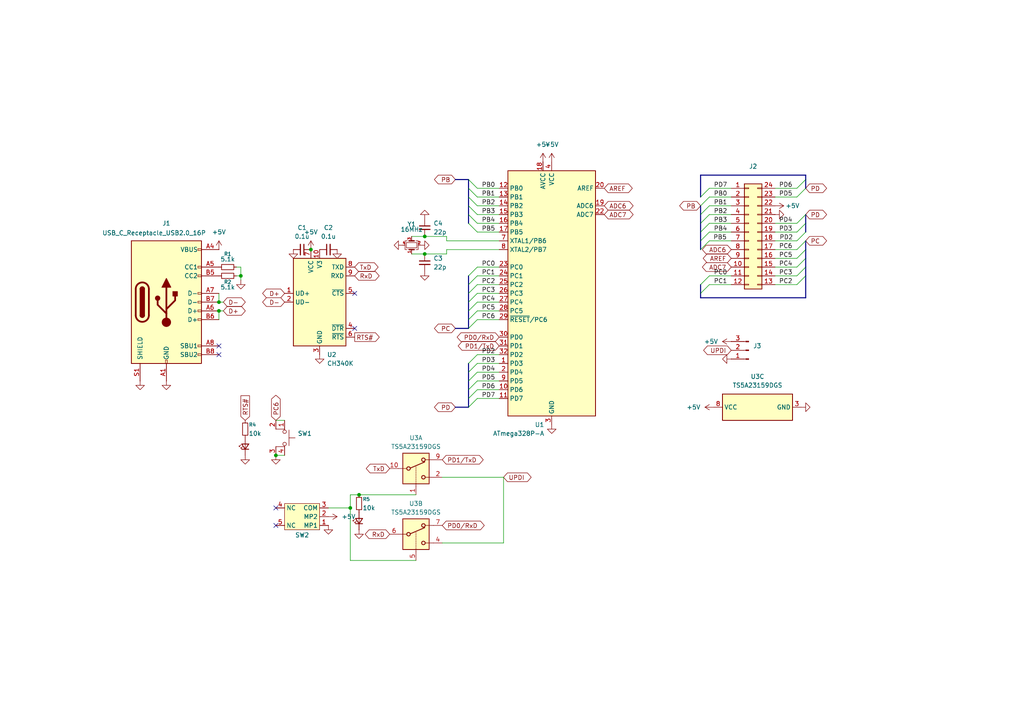
<source format=kicad_sch>
(kicad_sch (version 20250114) (generator "eeschema") (generator_version "9.0")
  (paper "A4")
  (lib_symbols
    (symbol "Analog_Switch:TS5A23159DGS"
      (property "Reference" "U" (at -5.08 8.89 0))
      (property "Value" "TS5A23159DGS" (at -5.08 6.985 0))
      (symbol "TS5A23159DGS_1_1"
        (polyline (pts (xy -5.08 0) (xy -2.794 0)))
        (rectangle (start -3.81 4.445) (end 3.81 -4.445) (stroke (width 0.254)) (fill (type background)))
        (circle (center -2.159 0) (radius 0.508) (stroke (width 0.254)))
        (polyline (pts (xy -1.651 0.127) (xy 2.54 1.905)) (stroke (width 0.254)))
        (polyline (pts (xy 0 0.254) (xy 0 0.508)))
        (polyline (pts (xy 0 -0.254) (xy 0 0)))
        (polyline (pts (xy 0 -0.762) (xy 0 -0.508)))
        (polyline (pts (xy 0 -1.27) (xy 0 -1.016)))
        (polyline (pts (xy 0 -1.778) (xy 0 -1.524)))
        (polyline (pts (xy 0 -2.286) (xy 0 -2.032)))
        (polyline (pts (xy 0 -2.794) (xy 0 -2.54)))
        (polyline (pts (xy 0 -3.302) (xy 0 -3.048)))
        (polyline (pts (xy 0 -3.81) (xy 0 -3.556)))
        (polyline (pts (xy 0 -4.318) (xy 0 -4.064)))
        (polyline (pts (xy 0 -5.08) (xy 0 -4.572)))
        (circle (center 2.159 2.54) (radius 0.508) (stroke (width 0.254)))
        (circle (center 2.159 -2.54) (radius 0.508) (stroke (width 0.254)))
        (polyline (pts (xy 5.08 2.54) (xy 2.794 2.54)))
        (polyline (pts (xy 5.08 -2.54) (xy 2.794 -2.54)))
        (pin passive line (at -7.62 0 0) (length 2.54) (name "~") (number "10"))
        (pin input line (at 0 -7.62 90) (length 2.54) (name "~") (number "1"))
        (pin passive line (at 7.62 2.54 180) (length 2.54) (name "~") (number "9"))
        (pin passive line (at 7.62 -2.54 180) (length 2.54) (name "~") (number "2"))
      )
      (symbol "TS5A23159DGS_2_1"
        (polyline (pts (xy -5.08 0) (xy -2.794 0)))
        (rectangle (start -3.81 4.445) (end 3.81 -4.445) (stroke (width 0.254)) (fill (type background)))
        (circle (center -2.159 0) (radius 0.508) (stroke (width 0.254)))
        (polyline (pts (xy -1.651 0.127) (xy 2.54 1.905)) (stroke (width 0.254)))
        (polyline (pts (xy 0 0.254) (xy 0 0.508)))
        (polyline (pts (xy 0 -0.254) (xy 0 0)))
        (polyline (pts (xy 0 -0.762) (xy 0 -0.508)))
        (polyline (pts (xy 0 -1.27) (xy 0 -1.016)))
        (polyline (pts (xy 0 -1.778) (xy 0 -1.524)))
        (polyline (pts (xy 0 -2.286) (xy 0 -2.032)))
        (polyline (pts (xy 0 -2.794) (xy 0 -2.54)))
        (polyline (pts (xy 0 -3.302) (xy 0 -3.048)))
        (polyline (pts (xy 0 -3.81) (xy 0 -3.556)))
        (polyline (pts (xy 0 -4.318) (xy 0 -4.064)))
        (polyline (pts (xy 0 -5.08) (xy 0 -4.572)))
        (circle (center 2.159 2.54) (radius 0.508) (stroke (width 0.254)))
        (circle (center 2.159 -2.54) (radius 0.508) (stroke (width 0.254)))
        (polyline (pts (xy 5.08 2.54) (xy 2.794 2.54)))
        (polyline (pts (xy 5.08 -2.54) (xy 2.794 -2.54)))
        (pin passive line (at -7.62 0 0) (length 2.54) (name "~") (number "6"))
        (pin input line (at 0 -7.62 90) (length 2.54) (name "~") (number "5"))
        (pin passive line (at 7.62 2.54 180) (length 2.54) (name "~") (number "7"))
        (pin passive line (at 7.62 -2.54 180) (length 2.54) (name "~") (number "4"))
      )
      (symbol "TS5A23159DGS_3_1"
        (rectangle (start -3.81 10.16) (end 3.81 -10.16) (stroke (width 0.254)) (fill (type background)))
        (pin power_in line (at 0 12.7 270) (length 2.54) (name "VCC") (number "8"))
        (pin power_in line (at 0 -12.7 90) (length 2.54) (name "GND") (number "3"))
      )
    )
    (symbol "Connector:Conn_01x03_Pin" (pin_names (offset 1.016) (hide yes))
      (property "Reference" "J" (at 0 5.08 0))
      (property "Value" "Conn_01x03_Pin" (at 0 -5.08 0))
      (symbol "Conn_01x03_Pin_1_1"
        (rectangle (start 0.8636 2.667) (end 0 2.413) (stroke (width 0.1524)) (fill (type outline)))
        (rectangle (start 0.8636 0.127) (end 0 -0.127) (stroke (width 0.1524)) (fill (type outline)))
        (rectangle (start 0.8636 -2.413) (end 0 -2.667) (stroke (width 0.1524)) (fill (type outline)))
        (polyline (pts (xy 1.27 2.54) (xy 0.8636 2.54)) (stroke (width 0.1524)))
        (polyline (pts (xy 1.27 0) (xy 0.8636 0)) (stroke (width 0.1524)))
        (polyline (pts (xy 1.27 -2.54) (xy 0.8636 -2.54)) (stroke (width 0.1524)))
        (pin passive line (at 5.08 2.54 180) (length 3.81) (name "Pin_1") (number "1"))
        (pin passive line (at 5.08 0 180) (length 3.81) (name "Pin_2") (number "2"))
        (pin passive line (at 5.08 -2.54 180) (length 3.81) (name "Pin_3") (number "3"))
      )
    )
    (symbol "Connector:USB_C_Receptacle_USB2.0_16P" (pin_names (offset 1.016))
      (property "Reference" "J" (at 0 22.225 0))
      (property "Value" "USB_C_Receptacle_USB2.0_16P" (at 0 19.685 0))
      (symbol "USB_C_Receptacle_USB2.0_16P_0_0"
        (rectangle (start -0.254 -17.78) (end 0.254 -16.764))
        (rectangle (start 10.16 15.494) (end 9.144 14.986))
        (rectangle (start 10.16 10.414) (end 9.144 9.906))
        (rectangle (start 10.16 7.874) (end 9.144 7.366))
        (rectangle (start 10.16 2.794) (end 9.144 2.286))
        (rectangle (start 10.16 0.254) (end 9.144 -0.254))
        (rectangle (start 10.16 -2.286) (end 9.144 -2.794))
        (rectangle (start 10.16 -4.826) (end 9.144 -5.334))
        (rectangle (start 10.16 -12.446) (end 9.144 -12.954))
        (rectangle (start 10.16 -14.986) (end 9.144 -15.494))
      )
      (symbol "USB_C_Receptacle_USB2.0_16P_0_1"
        (rectangle (start -10.16 17.78) (end 10.16 -17.78) (stroke (width 0.254)) (fill (type background)))
        (polyline (pts (xy -8.89 -3.81) (xy -8.89 3.81)) (stroke (width 0.508)))
        (rectangle (start -7.62 -3.81) (end -6.35 3.81) (stroke (width 0.254)) (fill (type outline)))
        (arc (start -7.62 3.81) (mid -6.985 4.4423) (end -6.35 3.81) (stroke (width 0.254)))
        (arc (start -7.62 3.81) (mid -6.985 4.4423) (end -6.35 3.81) (stroke (width 0.254)) (fill (type outline)))
        (arc (start -8.89 3.81) (mid -6.985 5.7067) (end -5.08 3.81) (stroke (width 0.508)))
        (arc (start -5.08 -3.81) (mid -6.985 -5.7067) (end -8.89 -3.81) (stroke (width 0.508)))
        (arc (start -6.35 -3.81) (mid -6.985 -4.4423) (end -7.62 -3.81) (stroke (width 0.254)))
        (arc (start -6.35 -3.81) (mid -6.985 -4.4423) (end -7.62 -3.81) (stroke (width 0.254)) (fill (type outline)))
        (polyline (pts (xy -5.08 3.81) (xy -5.08 -3.81)) (stroke (width 0.508)))
        (circle (center -2.54 1.143) (radius 0.635) (stroke (width 0.254)) (fill (type outline)))
        (polyline (pts (xy -1.27 4.318) (xy 0 6.858) (xy 1.27 4.318) (xy -1.27 4.318)) (stroke (width 0.254)) (fill (type outline)))
        (polyline (pts (xy 0 -2.032) (xy 2.54 0.508) (xy 2.54 1.778)) (stroke (width 0.508)))
        (polyline (pts (xy 0 -3.302) (xy -2.54 -0.762) (xy -2.54 0.508)) (stroke (width 0.508)))
        (polyline (pts (xy 0 -5.842) (xy 0 4.318)) (stroke (width 0.508)))
        (circle (center 0 -5.842) (radius 1.27) (fill (type outline)))
        (rectangle (start 1.905 1.778) (end 3.175 3.048) (stroke (width 0.254)) (fill (type outline)))
      )
      (symbol "USB_C_Receptacle_USB2.0_16P_1_1"
        (pin passive line (at -7.62 -22.86 90) (length 5.08) (name "SHIELD") (number "S1"))
        (pin passive line (at 0 -22.86 90) (length 5.08) (name "GND") (number "A1"))
        (pin passive line (at 0 -22.86 90) (length 5.08) (hide yes) (name "GND") (number "A12"))
        (pin passive line (at 0 -22.86 90) (length 5.08) (hide yes) (name "GND") (number "B1"))
        (pin passive line (at 0 -22.86 90) (length 5.08) (hide yes) (name "GND") (number "B12"))
        (pin passive line (at 15.24 15.24 180) (length 5.08) (name "VBUS") (number "A4"))
        (pin passive line (at 15.24 15.24 180) (length 5.08) (hide yes) (name "VBUS") (number "A9"))
        (pin passive line (at 15.24 15.24 180) (length 5.08) (hide yes) (name "VBUS") (number "B4"))
        (pin passive line (at 15.24 15.24 180) (length 5.08) (hide yes) (name "VBUS") (number "B9"))
        (pin bidirectional line (at 15.24 10.16 180) (length 5.08) (name "CC1") (number "A5"))
        (pin bidirectional line (at 15.24 7.62 180) (length 5.08) (name "CC2") (number "B5"))
        (pin bidirectional line (at 15.24 2.54 180) (length 5.08) (name "D-") (number "A7"))
        (pin bidirectional line (at 15.24 0 180) (length 5.08) (name "D-") (number "B7"))
        (pin bidirectional line (at 15.24 -2.54 180) (length 5.08) (name "D+") (number "A6"))
        (pin bidirectional line (at 15.24 -5.08 180) (length 5.08) (name "D+") (number "B6"))
        (pin bidirectional line (at 15.24 -12.7 180) (length 5.08) (name "SBU1") (number "A8"))
        (pin bidirectional line (at 15.24 -15.24 180) (length 5.08) (name "SBU2") (number "B8"))
      )
    )
    (symbol "Connector_Generic:Conn_02x12_Counter_Clockwise" (pin_names (offset 1.016) (hide yes))
      (property "Reference" "J" (at 1.27 15.24 0))
      (property "Value" "Conn_02x12_Counter_Clockwise" (at 1.27 -17.78 0))
      (symbol "Conn_02x12_Counter_Clockwise_1_1"
        (rectangle (start -1.27 13.97) (end 3.81 -16.51) (stroke (width 0.254)) (fill (type background)))
        (rectangle (start -1.27 12.827) (end 0 12.573) (stroke (width 0.1524)))
        (rectangle (start -1.27 10.287) (end 0 10.033) (stroke (width 0.1524)))
        (rectangle (start -1.27 7.747) (end 0 7.493) (stroke (width 0.1524)))
        (rectangle (start -1.27 5.207) (end 0 4.953) (stroke (width 0.1524)))
        (rectangle (start -1.27 2.667) (end 0 2.413) (stroke (width 0.1524)))
        (rectangle (start -1.27 0.127) (end 0 -0.127) (stroke (width 0.1524)))
        (rectangle (start -1.27 -2.413) (end 0 -2.667) (stroke (width 0.1524)))
        (rectangle (start -1.27 -4.953) (end 0 -5.207) (stroke (width 0.1524)))
        (rectangle (start -1.27 -7.493) (end 0 -7.747) (stroke (width 0.1524)))
        (rectangle (start -1.27 -10.033) (end 0 -10.287) (stroke (width 0.1524)))
        (rectangle (start -1.27 -12.573) (end 0 -12.827) (stroke (width 0.1524)))
        (rectangle (start -1.27 -15.113) (end 0 -15.367) (stroke (width 0.1524)))
        (rectangle (start 3.81 12.827) (end 2.54 12.573) (stroke (width 0.1524)))
        (rectangle (start 3.81 10.287) (end 2.54 10.033) (stroke (width 0.1524)))
        (rectangle (start 3.81 7.747) (end 2.54 7.493) (stroke (width 0.1524)))
        (rectangle (start 3.81 5.207) (end 2.54 4.953) (stroke (width 0.1524)))
        (rectangle (start 3.81 2.667) (end 2.54 2.413) (stroke (width 0.1524)))
        (rectangle (start 3.81 0.127) (end 2.54 -0.127) (stroke (width 0.1524)))
        (rectangle (start 3.81 -2.413) (end 2.54 -2.667) (stroke (width 0.1524)))
        (rectangle (start 3.81 -4.953) (end 2.54 -5.207) (stroke (width 0.1524)))
        (rectangle (start 3.81 -7.493) (end 2.54 -7.747) (stroke (width 0.1524)))
        (rectangle (start 3.81 -10.033) (end 2.54 -10.287) (stroke (width 0.1524)))
        (rectangle (start 3.81 -12.573) (end 2.54 -12.827) (stroke (width 0.1524)))
        (rectangle (start 3.81 -15.113) (end 2.54 -15.367) (stroke (width 0.1524)))
        (pin passive line (at -5.08 12.7 0) (length 3.81) (name "Pin_1") (number "1"))
        (pin passive line (at -5.08 10.16 0) (length 3.81) (name "Pin_2") (number "2"))
        (pin passive line (at -5.08 7.62 0) (length 3.81) (name "Pin_3") (number "3"))
        (pin passive line (at -5.08 5.08 0) (length 3.81) (name "Pin_4") (number "4"))
        (pin passive line (at -5.08 2.54 0) (length 3.81) (name "Pin_5") (number "5"))
        (pin passive line (at -5.08 0 0) (length 3.81) (name "Pin_6") (number "6"))
        (pin passive line (at -5.08 -2.54 0) (length 3.81) (name "Pin_7") (number "7"))
        (pin passive line (at -5.08 -5.08 0) (length 3.81) (name "Pin_8") (number "8"))
        (pin passive line (at -5.08 -7.62 0) (length 3.81) (name "Pin_9") (number "9"))
        (pin passive line (at -5.08 -10.16 0) (length 3.81) (name "Pin_10") (number "10"))
        (pin passive line (at -5.08 -12.7 0) (length 3.81) (name "Pin_11") (number "11"))
        (pin passive line (at -5.08 -15.24 0) (length 3.81) (name "Pin_12") (number "12"))
        (pin passive line (at 7.62 12.7 180) (length 3.81) (name "Pin_24") (number "24"))
        (pin passive line (at 7.62 10.16 180) (length 3.81) (name "Pin_23") (number "23"))
        (pin passive line (at 7.62 7.62 180) (length 3.81) (name "Pin_22") (number "22"))
        (pin passive line (at 7.62 5.08 180) (length 3.81) (name "Pin_21") (number "21"))
        (pin passive line (at 7.62 2.54 180) (length 3.81) (name "Pin_20") (number "20"))
        (pin passive line (at 7.62 0 180) (length 3.81) (name "Pin_19") (number "19"))
        (pin passive line (at 7.62 -2.54 180) (length 3.81) (name "Pin_18") (number "18"))
        (pin passive line (at 7.62 -5.08 180) (length 3.81) (name "Pin_17") (number "17"))
        (pin passive line (at 7.62 -7.62 180) (length 3.81) (name "Pin_16") (number "16"))
        (pin passive line (at 7.62 -10.16 180) (length 3.81) (name "Pin_15") (number "15"))
        (pin passive line (at 7.62 -12.7 180) (length 3.81) (name "Pin_14") (number "14"))
        (pin passive line (at 7.62 -15.24 180) (length 3.81) (name "Pin_13") (number "13"))
      )
    )
    (symbol "Device:C_Small" (pin_numbers (hide yes)) (pin_names (offset 0.254) (hide yes))
      (property "Reference" "C" (at 0.254 1.778 0))
      (property "Value" "C_Small" (at 0.254 -2.032 0))
      (symbol "C_Small_0_1"
        (polyline (pts (xy -1.524 0.508) (xy 1.524 0.508)) (stroke (width 0.3048)))
        (polyline (pts (xy -1.524 -0.508) (xy 1.524 -0.508)) (stroke (width 0.3302)))
      )
      (symbol "C_Small_1_1"
        (pin passive line (at 0 2.54 270) (length 2.032) (name "~") (number "1"))
        (pin passive line (at 0 -2.54 90) (length 2.032) (name "~") (number "2"))
      )
    )
    (symbol "Device:Crystal_GND24_Small" (pin_names (offset 1.016) (hide yes))
      (property "Reference" "Y" (at 1.27 4.445 0))
      (property "Value" "Crystal_GND24_Small" (at 1.27 2.54 0))
      (symbol "Crystal_GND24_Small_0_1"
        (polyline (pts (xy -1.27 1.27) (xy -1.27 1.905) (xy 1.27 1.905) (xy 1.27 1.27)))
        (polyline (pts (xy -1.27 -0.762) (xy -1.27 0.762)) (stroke (width 0.381)))
        (polyline (pts (xy -1.27 -1.27) (xy -1.27 -1.905) (xy 1.27 -1.905) (xy 1.27 -1.27)))
        (rectangle (start -0.762 -1.524) (end 0.762 1.524))
        (polyline (pts (xy 1.27 -0.762) (xy 1.27 0.762)) (stroke (width 0.381)))
      )
      (symbol "Crystal_GND24_Small_1_1"
        (pin passive line (at -2.54 0 0) (length 1.27) (name "1") (number "1"))
        (pin passive line (at 0 2.54 270) (length 0.635) (name "4") (number "4"))
        (pin passive line (at 0 -2.54 90) (length 0.635) (name "2") (number "2"))
        (pin passive line (at 2.54 0 180) (length 1.27) (name "3") (number "3"))
      )
    )
    (symbol "Device:LED_Small" (pin_numbers (hide yes)) (pin_names (offset 0.254) (hide yes))
      (property "Reference" "D" (at -1.27 3.175 0))
      (property "Value" "LED_Small" (at -4.445 -2.54 0))
      (symbol "LED_Small_0_1"
        (polyline (pts (xy -0.762 -1.016) (xy -0.762 1.016)) (stroke (width 0.254)))
        (polyline (pts (xy 0 0.762) (xy -0.508 1.27) (xy -0.254 1.27) (xy -0.508 1.27) (xy -0.508 1.016)))
        (polyline (pts (xy 0.508 1.27) (xy 0 1.778) (xy 0.254 1.778) (xy 0 1.778) (xy 0 1.524)))
        (polyline (pts (xy 0.762 -1.016) (xy -0.762 0) (xy 0.762 1.016) (xy 0.762 -1.016)) (stroke (width 0.254)))
        (polyline (pts (xy 1.016 0) (xy -0.762 0)))
      )
      (symbol "LED_Small_1_1"
        (pin passive line (at -2.54 0 0) (length 1.778) (name "K") (number "1"))
        (pin passive line (at 2.54 0 180) (length 1.778) (name "A") (number "2"))
      )
    )
    (symbol "Device:R_Small" (pin_numbers (hide yes)) (pin_names (offset 0.254) (hide yes))
      (property "Reference" "R" (at 0 0 90))
      (property "Value" "R_Small" (at 1.778 0 90))
      (symbol "R_Small_0_1"
        (rectangle (start -0.762 1.778) (end 0.762 -1.778) (stroke (width 0.2032)))
      )
      (symbol "R_Small_1_1"
        (pin passive line (at 0 2.54 270) (length 0.762) (name "~") (number "1"))
        (pin passive line (at 0 -2.54 90) (length 0.762) (name "~") (number "2"))
      )
    )
    (symbol "Interface_USB:CH340K"
      (property "Reference" "U" (at -6.858 13.97 0))
      (property "Value" "CH340K" (at 1.27 13.97 0))
      (symbol "CH340K_0_1"
        (rectangle (start -7.62 12.7) (end 7.62 -12.7) (stroke (width 0.254)) (fill (type background)))
      )
      (symbol "CH340K_1_0"
        (pin passive line (at 0 -15.24 90) (length 2.54) (hide yes) (name "GND") (number "11"))
      )
      (symbol "CH340K_1_1"
        (pin bidirectional line (at -10.16 2.54 0) (length 2.54) (name "UD+") (number "1"))
        (pin bidirectional line (at -10.16 0 0) (length 2.54) (name "UD-") (number "2"))
        (pin power_in line (at -2.54 15.24 270) (length 2.54) (name "VCC") (number "7"))
        (pin passive line (at 0 15.24 270) (length 2.54) (name "V3") (number "10"))
        (pin power_in line (at 0 -15.24 90) (length 2.54) (name "GND") (number "3"))
        (pin output line (at 10.16 10.16 180) (length 2.54) (name "TXD") (number "8"))
        (pin input line (at 10.16 7.62 180) (length 2.54) (name "RXD") (number "9"))
        (pin input line (at 10.16 2.54 180) (length 2.54) (name "~{CTS}") (number "5"))
        (pin output line (at 10.16 -7.62 180) (length 2.54) (name "~{DTR}") (number "4"))
        (pin output line (at 10.16 -10.16 180) (length 2.54) (name "~{RTS}") (number "6"))
      )
    )
    (symbol "MCU_Microchip_ATmega:ATmega328P-A"
      (property "Reference" "U" (at -12.7 36.83 0))
      (property "Value" "ATmega328P-A" (at 2.54 -36.83 0))
      (symbol "ATmega328P-A_0_1"
        (rectangle (start -12.7 -35.56) (end 12.7 35.56) (stroke (width 0.254)) (fill (type background)))
      )
      (symbol "ATmega328P-A_1_1"
        (pin passive line (at -15.24 30.48 0) (length 2.54) (name "AREF") (number "20"))
        (pin input line (at -15.24 25.4 0) (length 2.54) (name "ADC6") (number "19"))
        (pin input line (at -15.24 22.86 0) (length 2.54) (name "ADC7") (number "22"))
        (pin power_in line (at 0 38.1 270) (length 2.54) (name "VCC") (number "4"))
        (pin passive line (at 0 38.1 270) (length 2.54) (hide yes) (name "VCC") (number "6"))
        (pin passive line (at 0 -38.1 90) (length 2.54) (hide yes) (name "GND") (number "21"))
        (pin power_in line (at 0 -38.1 90) (length 2.54) (name "GND") (number "3"))
        (pin passive line (at 0 -38.1 90) (length 2.54) (hide yes) (name "GND") (number "5"))
        (pin power_in line (at 2.54 38.1 270) (length 2.54) (name "AVCC") (number "18"))
        (pin bidirectional line (at 15.24 30.48 180) (length 2.54) (name "PB0") (number "12"))
        (pin bidirectional line (at 15.24 27.94 180) (length 2.54) (name "PB1") (number "13"))
        (pin bidirectional line (at 15.24 25.4 180) (length 2.54) (name "PB2") (number "14"))
        (pin bidirectional line (at 15.24 22.86 180) (length 2.54) (name "PB3") (number "15"))
        (pin bidirectional line (at 15.24 20.32 180) (length 2.54) (name "PB4") (number "16"))
        (pin bidirectional line (at 15.24 17.78 180) (length 2.54) (name "PB5") (number "17"))
        (pin bidirectional line (at 15.24 15.24 180) (length 2.54) (name "XTAL1/PB6") (number "7"))
        (pin bidirectional line (at 15.24 12.7 180) (length 2.54) (name "XTAL2/PB7") (number "8"))
        (pin bidirectional line (at 15.24 7.62 180) (length 2.54) (name "PC0") (number "23"))
        (pin bidirectional line (at 15.24 5.08 180) (length 2.54) (name "PC1") (number "24"))
        (pin bidirectional line (at 15.24 2.54 180) (length 2.54) (name "PC2") (number "25"))
        (pin bidirectional line (at 15.24 0 180) (length 2.54) (name "PC3") (number "26"))
        (pin bidirectional line (at 15.24 -2.54 180) (length 2.54) (name "PC4") (number "27"))
        (pin bidirectional line (at 15.24 -5.08 180) (length 2.54) (name "PC5") (number "28"))
        (pin bidirectional line (at 15.24 -7.62 180) (length 2.54) (name "~{RESET}/PC6") (number "29"))
        (pin bidirectional line (at 15.24 -12.7 180) (length 2.54) (name "PD0") (number "30"))
        (pin bidirectional line (at 15.24 -15.24 180) (length 2.54) (name "PD1") (number "31"))
        (pin bidirectional line (at 15.24 -17.78 180) (length 2.54) (name "PD2") (number "32"))
        (pin bidirectional line (at 15.24 -20.32 180) (length 2.54) (name "PD3") (number "1"))
        (pin bidirectional line (at 15.24 -22.86 180) (length 2.54) (name "PD4") (number "2"))
        (pin bidirectional line (at 15.24 -25.4 180) (length 2.54) (name "PD5") (number "9"))
        (pin bidirectional line (at 15.24 -27.94 180) (length 2.54) (name "PD6") (number "10"))
        (pin bidirectional line (at 15.24 -30.48 180) (length 2.54) (name "PD7") (number "11"))
      )
    )
    (symbol "Switch:SW_MEC_5E" (pin_names (offset 1.016) (hide yes))
      (property "Reference" "SW" (at 0.635 5.715 0))
      (property "Value" "SW_MEC_5E" (at 0 -3.175 0))
      (symbol "SW_MEC_5E_0_1"
        (polyline (pts (xy -2.54 0) (xy -2.54 2.54) (xy -2.286 2.54)))
        (polyline (pts (xy -2.286 3.81) (xy 2.286 3.81)))
        (circle (center -1.778 2.54) (radius 0.508))
        (polyline (pts (xy 0 3.81) (xy 0 5.588)))
        (circle (center 1.778 2.54) (radius 0.508))
        (polyline (pts (xy 2.54 0) (xy 2.54 2.54) (xy 2.286 2.54)))
        (pin passive line (at -5.08 2.54 0) (length 2.54) (name "1") (number "1"))
        (pin passive line (at -5.08 0 0) (length 2.54) (name "2") (number "2"))
        (pin passive line (at 5.08 2.54 180) (length 2.54) (name "A") (number "4"))
        (pin passive line (at 5.08 0 180) (length 2.54) (name "K") (number "3"))
      )
    )
    (symbol "Yamaha:SSAJ120100"
      (property "Reference" "SW2" (at 0 5.334 0))
      (property "Value" "~" (at 0 5.08 0))
      (symbol "SSAJ120100_1_1"
        (rectangle (start -5.08 3.81) (end 5.08 -3.81) (fill (type background)))
        (pin bidirectional line (at -7.62 2.54 0) (length 2.54) (name "MP1") (number "1"))
        (pin bidirectional line (at -7.62 0 0) (length 2.54) (name "MP2") (number "2"))
        (pin bidirectional line (at -7.62 -2.54 0) (length 2.54) (name "COM") (number "3"))
        (pin input line (at 7.62 2.54 180) (length 2.54) (name "NC") (number "5"))
        (pin input line (at 7.62 -2.54 180) (length 2.54) (name "NC") (number "4"))
      )
    )
    (symbol "power:+5V" (power) (pin_numbers (hide yes)) (pin_names (offset 0) (hide yes))
      (property "Value" "+5V" (at 0 3.556 0))
      (symbol "+5V_0_1"
        (polyline (pts (xy -0.762 1.27) (xy 0 2.54)))
        (polyline (pts (xy 0 2.54) (xy 0.762 1.27)))
        (polyline (pts (xy 0 0) (xy 0 2.54)))
      )
      (symbol "+5V_1_1"
        (pin power_in line (at 0 0 90) (length 0) (name "~") (number "1"))
      )
    )
    (symbol "power:GND" (power) (pin_numbers (hide yes)) (pin_names (offset 0) (hide yes))
      (property "Value" "GND" (at 0 -3.81 0))
      (symbol "GND_0_1"
        (polyline (pts (xy 0 0) (xy 0 -1.27) (xy 1.27 -1.27) (xy 0 -2.54) (xy -1.27 -1.27) (xy 0 -1.27)))
      )
      (symbol "GND_1_1"
        (pin power_in line (at 0 0 270) (length 0) (name "~") (number "1"))
      )
    )
  )
  (junction (at 101.6 147.32))
  (junction (at 90.17 72.39))
  (junction (at 69.85 80.01))
  (junction (at 63.5 87.63))
  (junction (at 104.14 143.51))
  (junction (at 123.19 68.58))
  (junction (at 63.5 90.17))
  (junction (at 123.19 73.66))
  (junction (at 80.01 132.08))
  (no_connect (at 63.5 102.87))
  (no_connect (at 80.01 152.4))
  (no_connect (at 63.5 100.33))
  (no_connect (at 102.87 95.25))
  (no_connect (at 102.87 85.09))
  (no_connect (at 80.01 147.32))
  (bus_entry (at 203.2 82.55) (size 2.54 -2.54))
  (bus_entry (at 135.89 52.07) (size 2.54 2.54))
  (bus_entry (at 135.89 62.23) (size 2.54 2.54))
  (bus_entry (at 135.89 118.11) (size 2.54 -2.54))
  (bus_entry (at 231.14 69.85) (size 2.54 -2.54))
  (bus_entry (at 135.89 115.57) (size 2.54 -2.54))
  (bus_entry (at 203.2 69.85) (size 2.54 -2.54))
  (bus_entry (at 135.89 105.41) (size 2.54 -2.54))
  (bus_entry (at 233.68 69.85) (size -2.54 2.54))
  (bus_entry (at 135.89 92.71) (size 2.54 -2.54))
  (bus_entry (at 135.89 110.49) (size 2.54 -2.54))
  (bus_entry (at 203.2 67.31) (size 2.54 -2.54))
  (bus_entry (at 233.68 77.47) (size -2.54 2.54))
  (bus_entry (at 233.68 72.39) (size -2.54 2.54))
  (bus_entry (at 233.68 54.61) (size -2.54 2.54))
  (bus_entry (at 203.2 85.09) (size 2.54 -2.54))
  (bus_entry (at 233.68 80.01) (size -2.54 2.54))
  (bus_entry (at 233.68 74.93) (size -2.54 2.54))
  (bus_entry (at 135.89 85.09) (size 2.54 -2.54))
  (bus_entry (at 233.68 62.23) (size -2.54 2.54))
  (bus_entry (at 135.89 107.95) (size 2.54 -2.54))
  (bus_entry (at 135.89 54.61) (size 2.54 2.54))
  (bus_entry (at 205.74 69.85) (size -2.54 2.54))
  (bus_entry (at 135.89 64.77) (size 2.54 2.54))
  (bus_entry (at 203.2 64.77) (size 2.54 -2.54))
  (bus_entry (at 135.89 113.03) (size 2.54 -2.54))
  (bus_entry (at 135.89 82.55) (size 2.54 -2.54))
  (bus_entry (at 135.89 90.17) (size 2.54 -2.54))
  (bus_entry (at 233.68 52.07) (size -2.54 2.54))
  (bus_entry (at 203.2 62.23) (size 2.54 -2.54))
  (bus_entry (at 135.89 87.63) (size 2.54 -2.54))
  (bus_entry (at 135.89 95.25) (size 2.54 -2.54))
  (bus_entry (at 203.2 57.15) (size 2.54 -2.54))
  (bus_entry (at 233.68 64.77) (size -2.54 2.54))
  (bus_entry (at 135.89 80.01) (size 2.54 -2.54))
  (bus_entry (at 135.89 57.15) (size 2.54 2.54))
  (bus_entry (at 135.89 59.69) (size 2.54 2.54))
  (bus_entry (at 203.2 59.69) (size 2.54 -2.54))
  (wire (pts (xy 144.78 72.39) (xy 129.54 72.39)))
  (bus (pts (xy 132.08 95.25) (xy 135.89 95.25)))
  (bus (pts (xy 233.68 74.93) (xy 233.68 72.39)))
  (wire (pts (xy 95.25 147.32) (xy 101.6 147.32)))
  (wire (pts (xy 205.74 67.31) (xy 212.09 67.31)))
  (wire (pts (xy 138.43 113.03) (xy 144.78 113.03)))
  (wire (pts (xy 138.43 82.55) (xy 144.78 82.55)))
  (bus (pts (xy 203.2 85.09) (xy 203.2 86.36)))
  (wire (pts (xy 224.79 69.85) (xy 231.14 69.85)))
  (wire (pts (xy 101.6 147.32) (xy 101.6 143.51)))
  (wire (pts (xy 129.54 68.58) (xy 129.54 69.85)))
  (wire (pts (xy 205.74 62.23) (xy 212.09 62.23)))
  (wire (pts (xy 231.14 77.47) (xy 224.79 77.47)))
  (wire (pts (xy 101.6 143.51) (xy 104.14 143.51)))
  (bus (pts (xy 135.89 62.23) (xy 135.89 64.77)))
  (bus (pts (xy 135.89 90.17) (xy 135.89 92.71)))
  (bus (pts (xy 203.2 82.55) (xy 203.2 85.09)))
  (wire (pts (xy 128.27 138.43) (xy 146.05 138.43)))
  (bus (pts (xy 233.68 54.61) (xy 233.68 52.07)))
  (wire (pts (xy 205.74 57.15) (xy 212.09 57.15)))
  (bus (pts (xy 135.89 52.07) (xy 135.89 54.61)))
  (wire (pts (xy 104.14 143.51) (xy 120.65 143.51)))
  (wire (pts (xy 138.43 110.49) (xy 144.78 110.49)))
  (wire (pts (xy 129.54 73.66) (xy 123.19 73.66)))
  (wire (pts (xy 138.43 67.31) (xy 144.78 67.31)))
  (bus (pts (xy 135.89 113.03) (xy 135.89 115.57)))
  (wire (pts (xy 231.14 72.39) (xy 224.79 72.39)))
  (wire (pts (xy 138.43 57.15) (xy 144.78 57.15)))
  (wire (pts (xy 231.14 82.55) (xy 224.79 82.55)))
  (bus (pts (xy 203.2 50.8) (xy 203.2 57.15)))
  (bus (pts (xy 132.08 52.07) (xy 135.89 52.07)))
  (wire (pts (xy 205.74 54.61) (xy 212.09 54.61)))
  (wire (pts (xy 138.43 80.01) (xy 144.78 80.01)))
  (wire (pts (xy 64.77 90.17) (xy 63.5 90.17)))
  (wire (pts (xy 129.54 72.39) (xy 129.54 73.66)))
  (bus (pts (xy 135.89 57.15) (xy 135.89 59.69)))
  (wire (pts (xy 138.43 54.61) (xy 144.78 54.61)))
  (wire (pts (xy 146.05 138.43) (xy 146.05 157.48)))
  (bus (pts (xy 135.89 107.95) (xy 135.89 110.49)))
  (wire (pts (xy 231.14 64.77) (xy 224.79 64.77)))
  (wire (pts (xy 138.43 85.09) (xy 144.78 85.09)))
  (bus (pts (xy 203.2 69.85) (xy 203.2 67.31)))
  (wire (pts (xy 123.19 68.58) (xy 129.54 68.58)))
  (wire (pts (xy 101.6 162.56) (xy 101.6 147.32)))
  (wire (pts (xy 205.74 82.55) (xy 212.09 82.55)))
  (wire (pts (xy 138.43 107.95) (xy 144.78 107.95)))
  (bus (pts (xy 203.2 50.8) (xy 233.68 50.8)))
  (bus (pts (xy 233.68 64.77) (xy 233.68 67.31)))
  (wire (pts (xy 138.43 87.63) (xy 144.78 87.63)))
  (bus (pts (xy 233.68 50.8) (xy 233.68 52.07)))
  (wire (pts (xy 119.38 68.58) (xy 123.19 68.58)))
  (bus (pts (xy 203.2 69.85) (xy 203.2 72.39)))
  (wire (pts (xy 138.43 64.77) (xy 144.78 64.77)))
  (bus (pts (xy 135.89 105.41) (xy 135.89 107.95)))
  (wire (pts (xy 212.09 69.85) (xy 205.74 69.85)))
  (wire (pts (xy 231.14 57.15) (xy 224.79 57.15)))
  (bus (pts (xy 233.68 62.23) (xy 233.68 64.77)))
  (wire (pts (xy 138.43 59.69) (xy 144.78 59.69)))
  (wire (pts (xy 68.58 77.47) (xy 69.85 77.47)))
  (bus (pts (xy 135.89 92.71) (xy 135.89 95.25)))
  (bus (pts (xy 203.2 86.36) (xy 233.68 86.36)))
  (bus (pts (xy 135.89 82.55) (xy 135.89 85.09)))
  (bus (pts (xy 233.68 77.47) (xy 233.68 74.93)))
  (wire (pts (xy 63.5 90.17) (xy 63.5 92.71)))
  (bus (pts (xy 233.68 86.36) (xy 233.68 80.01)))
  (bus (pts (xy 135.89 59.69) (xy 135.89 62.23)))
  (bus (pts (xy 135.89 80.01) (xy 135.89 82.55)))
  (bus (pts (xy 203.2 62.23) (xy 203.2 59.69)))
  (wire (pts (xy 231.14 67.31) (xy 224.79 67.31)))
  (wire (pts (xy 138.43 105.41) (xy 144.78 105.41)))
  (wire (pts (xy 138.43 62.23) (xy 144.78 62.23)))
  (bus (pts (xy 233.68 80.01) (xy 233.68 77.47)))
  (wire (pts (xy 138.43 77.47) (xy 144.78 77.47)))
  (wire (pts (xy 231.14 54.61) (xy 224.79 54.61)))
  (wire (pts (xy 69.85 77.47) (xy 69.85 80.01)))
  (wire (pts (xy 64.77 87.63) (xy 63.5 87.63)))
  (bus (pts (xy 135.89 110.49) (xy 135.89 113.03)))
  (wire (pts (xy 128.27 157.48) (xy 146.05 157.48)))
  (bus (pts (xy 203.2 67.31) (xy 203.2 64.77)))
  (bus (pts (xy 132.08 118.11) (xy 135.89 118.11)))
  (wire (pts (xy 129.54 69.85) (xy 144.78 69.85)))
  (bus (pts (xy 233.68 72.39) (xy 233.68 69.85)))
  (wire (pts (xy 138.43 102.87) (xy 144.78 102.87)))
  (wire (pts (xy 123.19 73.66) (xy 119.38 73.66)))
  (wire (pts (xy 231.14 80.01) (xy 224.79 80.01)))
  (wire (pts (xy 69.85 81.28) (xy 69.85 80.01)))
  (wire (pts (xy 138.43 92.71) (xy 144.78 92.71)))
  (bus (pts (xy 135.89 87.63) (xy 135.89 90.17)))
  (bus (pts (xy 135.89 85.09) (xy 135.89 87.63)))
  (wire (pts (xy 80.01 132.08) (xy 82.55 132.08)))
  (wire (pts (xy 205.74 80.01) (xy 212.09 80.01)))
  (wire (pts (xy 138.43 115.57) (xy 144.78 115.57)))
  (wire (pts (xy 205.74 64.77) (xy 212.09 64.77)))
  (bus (pts (xy 203.2 64.77) (xy 203.2 62.23)))
  (wire (pts (xy 138.43 90.17) (xy 144.78 90.17)))
  (wire (pts (xy 205.74 59.69) (xy 212.09 59.69)))
  (bus (pts (xy 135.89 115.57) (xy 135.89 118.11)))
  (wire (pts (xy 231.14 74.93) (xy 224.79 74.93)))
  (wire (pts (xy 80.01 121.92) (xy 82.55 121.92)))
  (bus (pts (xy 135.89 54.61) (xy 135.89 57.15)))
  (wire (pts (xy 68.58 80.01) (xy 69.85 80.01)))
  (wire (pts (xy 120.65 162.56) (xy 101.6 162.56)))
  (wire (pts (xy 63.5 87.63) (xy 63.5 85.09)))
  (label "PC1" (at 207.01 82.55 0))
  (label "PD6" (at 229.87 54.61 180))
  (label "PD7" (at 207.01 54.61 0))
  (label "PD4" (at 139.7 107.95 0))
  (label "PD5" (at 229.87 57.15 180))
  (label "PC4" (at 229.87 77.47 180))
  (label "PB2" (at 207.01 62.23 0))
  (label "PC1" (at 139.7 80.01 0))
  (label "PB5" (at 210.82 69.85 180))
  (label "PB1" (at 207.01 59.69 0))
  (label "PC0" (at 139.7 77.47 0))
  (label "PD6" (at 139.7 113.03 0))
  (label "PD5" (at 139.7 110.49 0))
  (label "PC6" (at 229.87 72.39 180))
  (label "PD2" (at 139.7 102.87 0))
  (label "PB1" (at 139.7 57.15 0))
  (label "PC5" (at 229.87 74.93 180))
  (label "PC0" (at 207.01 80.01 0))
  (label "PB3" (at 207.01 64.77 0))
  (label "PD4" (at 229.87 64.77 180))
  (label "PB5" (at 139.7 67.31 0))
  (label "PB4" (at 207.01 67.31 0))
  (label "PB4" (at 139.7 64.77 0))
  (label "PD3" (at 229.87 67.31 180))
  (label "PB0" (at 139.7 54.61 0))
  (label "PC2" (at 139.7 82.55 0))
  (label "PC5" (at 139.7 90.17 0))
  (label "PD3" (at 139.7 105.41 0))
  (label "PC3" (at 139.7 85.09 0))
  (label "PD7" (at 139.7 115.57 0))
  (label "PB3" (at 139.7 62.23 0))
  (label "PC3" (at 229.87 80.01 180))
  (label "PC4" (at 139.7 87.63 0))
  (label "PD2" (at 226.06 69.85 0))
  (label "PB0" (at 207.01 57.15 0))
  (label "PB2" (at 139.7 59.69 0))
  (label "PC6" (at 139.7 92.71 0))
  (label "PC2" (at 229.87 82.55 180))
  (global_label "PD0{slash}RxD" (shape bidirectional) (at 128.27 152.4 0) (property "Intersheetrefs" "${INTERSHEET_REFS}" (effects (hide yes))))
  (global_label "D+" (shape bidirectional) (at 82.55 85.09 180) (property "Intersheetrefs" "${INTERSHEET_REFS}" (effects (hide yes))))
  (global_label "ADC7" (shape bidirectional) (at 212.09 77.47 180) (property "Intersheetrefs" "${INTERSHEET_REFS}" (effects (hide yes))))
  (global_label "TxD" (shape bidirectional) (at 102.87 77.47 0) (property "Intersheetrefs" "${INTERSHEET_REFS}" (effects (hide yes))))
  (global_label "ADC6" (shape bidirectional) (at 175.26 59.69 0) (property "Intersheetrefs" "${INTERSHEET_REFS}" (effects (hide yes))))
  (global_label "PC6" (shape bidirectional) (at 80.01 121.92 90) (property "Intersheetrefs" "${INTERSHEET_REFS}" (effects (hide yes))))
  (global_label "PD0{slash}RxD" (shape bidirectional) (at 144.78 97.79 180) (property "Intersheetrefs" "${INTERSHEET_REFS}" (effects (hide yes))))
  (global_label "PC" (shape bidirectional) (at 132.08 95.25 180) (property "Intersheetrefs" "${INTERSHEET_REFS}" (effects (hide yes))))
  (global_label "RTS#" (shape output) (at 102.87 97.79 0) (property "Intersheetrefs" "${INTERSHEET_REFS}" (effects (hide yes))))
  (global_label "RxD" (shape bidirectional) (at 102.87 80.01 0) (property "Intersheetrefs" "${INTERSHEET_REFS}" (effects (hide yes))))
  (global_label "D-" (shape bidirectional) (at 82.55 87.63 180) (property "Intersheetrefs" "${INTERSHEET_REFS}" (effects (hide yes))))
  (global_label "PD" (shape bidirectional) (at 233.68 62.23 0) (property "Intersheetrefs" "${INTERSHEET_REFS}" (effects (hide yes))))
  (global_label "D+" (shape bidirectional) (at 64.77 90.17 0) (property "Intersheetrefs" "${INTERSHEET_REFS}" (effects (hide yes))))
  (global_label "D-" (shape bidirectional) (at 64.77 87.63 0) (property "Intersheetrefs" "${INTERSHEET_REFS}" (effects (hide yes))))
  (global_label "RxD" (shape bidirectional) (at 113.03 154.94 180) (property "Intersheetrefs" "${INTERSHEET_REFS}" (effects (hide yes))))
  (global_label "PB" (shape bidirectional) (at 203.2 59.69 180) (property "Intersheetrefs" "${INTERSHEET_REFS}" (effects (hide yes))))
  (global_label "AREF" (shape bidirectional) (at 175.26 54.61 0) (property "Intersheetrefs" "${INTERSHEET_REFS}" (effects (hide yes))))
  (global_label "PB" (shape bidirectional) (at 132.08 52.07 180) (property "Intersheetrefs" "${INTERSHEET_REFS}" (effects (hide yes))))
  (global_label "UPDI" (shape bidirectional) (at 146.05 138.43 0) (property "Intersheetrefs" "${INTERSHEET_REFS}" (effects (hide yes))))
  (global_label "ADC7" (shape bidirectional) (at 175.26 62.23 0) (property "Intersheetrefs" "${INTERSHEET_REFS}" (effects (hide yes))))
  (global_label "ADC6" (shape bidirectional) (at 212.09 72.39 180) (property "Intersheetrefs" "${INTERSHEET_REFS}" (effects (hide yes))))
  (global_label "PD1{slash}TxD" (shape bidirectional) (at 144.78 100.33 180) (property "Intersheetrefs" "${INTERSHEET_REFS}" (effects (hide yes))))
  (global_label "PD" (shape bidirectional) (at 233.68 54.61 0) (property "Intersheetrefs" "${INTERSHEET_REFS}" (effects (hide yes))))
  (global_label "RTS#" (shape input) (at 71.12 121.92 90) (property "Intersheetrefs" "${INTERSHEET_REFS}" (effects (hide yes))))
  (global_label "AREF" (shape bidirectional) (at 212.09 74.93 180) (property "Intersheetrefs" "${INTERSHEET_REFS}" (effects (hide yes))))
  (global_label "PC" (shape bidirectional) (at 233.68 69.85 0) (property "Intersheetrefs" "${INTERSHEET_REFS}" (effects (hide yes))))
  (global_label "UPDI" (shape bidirectional) (at 212.09 101.6 180) (property "Intersheetrefs" "${INTERSHEET_REFS}" (effects (hide yes))))
  (global_label "PD1{slash}TxD" (shape bidirectional) (at 128.27 133.35 0) (property "Intersheetrefs" "${INTERSHEET_REFS}" (effects (hide yes))))
  (global_label "TxD" (shape bidirectional) (at 113.03 135.89 180) (property "Intersheetrefs" "${INTERSHEET_REFS}" (effects (hide yes))))
  (global_label "PD" (shape bidirectional) (at 132.08 118.11 180) (property "Intersheetrefs" "${INTERSHEET_REFS}" (effects (hide yes))))
  (symbol (lib_id "Device:C_Small") (at 123.19 66.04 0) (unit 1)
    (property "Reference" "C4" (at 125.73 64.7762 0) (effects (justify left)))
    (property "Value" "22p" (at 125.73 67.3162 0) (effects (justify left)))
    (property "Footprint" "Capacitor_SMD:C_0603_1608Metric" (effects (hide yes)))
    (property "Description" "Unpolarized capacitor, small symbol" (effects (hide yes)))
  )
  (symbol (lib_id "power:GND") (at 160.02 123.19 0) (unit 1)
    (property "Reference" "#PWR04" (effects (hide yes)))
    (property "Value" "GND" (effects (hide yes)))
    (property "Description" "Power symbol creates a global label with name \"GND\" , ground" (effects (hide yes)))
  )
  (symbol (lib_id "power:GND") (at 40.64 110.49 0) (unit 1)
    (property "Reference" "#PWR01" (effects (hide yes)))
    (property "Value" "GND" (effects (hide yes)))
    (property "Description" "Power symbol creates a global label with name \"GND\" , ground" (effects (hide yes)))
  )
  (symbol (lib_id "Analog_Switch:TS5A23159DGS") (at 219.71 118.11 90) (unit 3)
    (property "Reference" "U3" (at 219.71 109.22 90))
    (property "Value" "TS5A23159DGS" (at 219.71 111.76 90))
    (property "Footprint" "Package_SO:VSSOP-10_3x3mm_P0.5mm" (effects (hide yes)))
    (property "Datasheet" "http://www.ti.com/lit/ds/symlink/ts5a23159.pdf" (effects (hide yes)))
    (property "Description" "Dual SPDT 1ohm Bidirectional Analog Switch with Off protection, VSSOP-10" (effects (hide yes)))
  )
  (symbol (lib_id "Device:C_Small") (at 123.19 76.2 0) (unit 1)
    (property "Reference" "C3" (at 125.73 74.9362 0) (effects (justify left)))
    (property "Value" "22p" (at 125.73 77.4762 0) (effects (justify left)))
    (property "Footprint" "Capacitor_SMD:C_0603_1608Metric" (effects (hide yes)))
    (property "Description" "Unpolarized capacitor, small symbol" (effects (hide yes)))
  )
  (symbol (lib_id "Connector_Generic:Conn_02x12_Counter_Clockwise") (at 217.17 67.31 0) (unit 1)
    (property "Reference" "J2" (at 218.44 48.26 0))
    (property "Value" "Conn_02x12_Counter_Clockwise" (effects (hide yes)))
    (property "Footprint" "Package_DIP:DIP-24_W15.24mm" (effects (hide yes)))
    (property "Description" "Generic connector, double row, 02x12, counter clockwise pin numbering scheme (similar to DIP package numbering), script generated (kicad-library-utils/schlib/autogen/connector/)" (effects (hide yes)))
  )
  (symbol (lib_id "power:GND") (at 121.92 71.12 90) (unit 1)
    (property "Reference" "#PWR010" (effects (hide yes)))
    (property "Value" "GND" (effects (hide yes)))
    (property "Description" "Power symbol creates a global label with name \"GND\" , ground" (effects (hide yes)))
  )
  (symbol (lib_id "Analog_Switch:TS5A23159DGS") (at 120.65 135.89 0) (unit 1)
    (property "Reference" "U3" (at 120.65 127 0))
    (property "Value" "TS5A23159DGS" (at 120.65 129.54 0))
    (property "Footprint" "Package_SO:VSSOP-10_3x3mm_P0.5mm" (effects (hide yes)))
    (property "Datasheet" "http://www.ti.com/lit/ds/symlink/ts5a23159.pdf" (effects (hide yes)))
    (property "Description" "Dual SPDT 1ohm Bidirectional Analog Switch with Off protection, VSSOP-10" (effects (hide yes)))
  )
  (symbol (lib_id "power:GND") (at 48.26 110.49 0) (unit 1)
    (property "Reference" "#PWR02" (effects (hide yes)))
    (property "Value" "GND" (effects (hide yes)))
    (property "Description" "Power symbol creates a global label with name \"GND\" , ground" (effects (hide yes)))
  )
  (symbol (lib_id "Device:R_Small") (at 66.04 77.47 90) (unit 1)
    (property "Reference" "R1" (at 66.04 73.66 90) (effects (font (size 1.016 1.016))))
    (property "Value" "5.1k" (at 66.04 75.184 90))
    (property "Footprint" "Resistor_SMD:R_0603_1608Metric_Pad0.98x0.95mm_HandSolder" (effects (hide yes)))
    (property "Description" "Resistor, small symbol" (effects (hide yes)))
  )
  (symbol (lib_id "power:GND") (at 123.19 63.5 180) (unit 1)
    (property "Reference" "#PWR012" (effects (hide yes)))
    (property "Value" "GND" (effects (hide yes)))
    (property "Description" "Power symbol creates a global label with name \"GND\" , ground" (effects (hide yes)))
  )
  (symbol (lib_id "power:GND") (at 80.01 132.08 0) (unit 1)
    (property "Reference" "#PWR016" (effects (hide yes)))
    (property "Value" "GND" (effects (hide yes)))
    (property "Description" "Power symbol creates a global label with name \"GND\" , ground" (effects (hide yes)))
  )
  (symbol (lib_id "power:GND") (at 104.14 153.67 0) (unit 1)
    (property "Reference" "#PWR026" (effects (hide yes)))
    (property "Value" "GND" (effects (hide yes)))
    (property "Description" "Power symbol creates a global label with name \"GND\" , ground" (effects (hide yes)))
  )
  (symbol (lib_id "power:GND") (at 71.12 132.08 0) (unit 1)
    (property "Reference" "#PWR015" (effects (hide yes)))
    (property "Value" "GND" (effects (hide yes)))
    (property "Description" "Power symbol creates a global label with name \"GND\" , ground" (effects (hide yes)))
  )
  (symbol (lib_id "power:GND") (at 95.25 152.4 0) (unit 1)
    (property "Reference" "#PWR025" (effects (hide yes)))
    (property "Value" "GND" (effects (hide yes)))
    (property "Description" "Power symbol creates a global label with name \"GND\" , ground" (effects (hide yes)))
  )
  (symbol (lib_id "Device:C_Small") (at 95.25 72.39 90) (unit 1)
    (property "Reference" "C2" (at 95.2563 66.04 90))
    (property "Value" "0.1u" (at 95.2563 68.58 90))
    (property "Footprint" "Capacitor_SMD:C_0603_1608Metric_Pad1.08x0.95mm_HandSolder" (effects (hide yes)))
    (property "Description" "Unpolarized capacitor, small symbol" (effects (hide yes)))
  )
  (symbol (lib_id "Connector:Conn_01x03_Pin") (at 217.17 101.6 180) (unit 1)
    (property "Reference" "J3" (at 218.44 100.3299 0) (effects (justify right)))
    (property "Value" "Conn_01x03_Pin" (effects (hide yes)))
    (property "Footprint" "Connector_PinHeader_2.54mm:PinHeader_1x03_P2.54mm_Vertical" (effects (hide yes)))
    (property "Description" "Generic connector, single row, 01x03, script generated" (effects (hide yes)))
  )
  (symbol (lib_id "power:+5V") (at 90.17 72.39 0) (unit 1)
    (property "Reference" "#PWR06" (effects (hide yes)))
    (property "Value" "+5V" (at 90.17 67.31 0))
    (property "Description" "Power symbol creates a global label with name \"+5V\"" (effects (hide yes)))
  )
  (symbol (lib_id "Connector:USB_C_Receptacle_USB2.0_16P") (at 48.26 87.63 0) (unit 1)
    (property "Reference" "J1" (at 48.26 64.77 0))
    (property "Value" "USB_C_Receptacle_USB2.0_16P" (at 44.704 67.564 0))
    (property "Footprint" "Connector_USB:USB_C_Receptacle_GCT_USB4105-xx-A_16P_TopMnt_Horizontal" (effects (hide yes)))
    (property "Datasheet" "https://www.usb.org/sites/default/files/documents/usb_type-c.zip" (effects (hide yes)))
    (property "Description" "USB 2.0-only 16P Type-C Receptacle connector" (effects (hide yes)))
  )
  (symbol (lib_id "Device:LED_Small") (at 71.12 129.54 90) (unit 1)
    (property "Reference" "D2" (effects (hide yes)))
    (property "Value" "LED_Small" (effects (hide yes)))
    (property "Footprint" "LED_SMD:LED_0603_1608Metric_Pad1.05x0.95mm_HandSolder" (effects (hide yes)))
    (property "Description" "Light emitting diode, small symbol" (effects (hide yes)))
    (property "Sim.Pin" "1=K 2=A" (effects (hide yes)))
  )
  (symbol (lib_id "Device:R_Small") (at 66.04 80.01 90) (unit 1)
    (property "Reference" "R2" (at 66.04 81.788 90) (effects (font (size 1.016 1.016))))
    (property "Value" "5.1k" (at 66.04 83.312 90))
    (property "Footprint" "Resistor_SMD:R_0603_1608Metric_Pad0.98x0.95mm_HandSolder" (effects (hide yes)))
    (property "Description" "Resistor, small symbol" (effects (hide yes)))
  )
  (symbol (lib_id "Device:R_Small") (at 104.14 146.05 0) (unit 1)
    (property "Reference" "R5" (at 105.156 144.78 0) (effects (font (size 1.016 1.016)) (justify left)))
    (property "Value" "10k" (at 105.156 147.32 0) (effects (justify left)))
    (property "Footprint" "Resistor_SMD:R_0603_1608Metric_Pad0.98x0.95mm_HandSolder" (effects (hide yes)))
    (property "Description" "Resistor, small symbol" (effects (hide yes)))
  )
  (symbol (lib_id "Device:C_Small") (at 87.63 72.39 270) (unit 1)
    (property "Reference" "C1" (at 87.6236 66.04 90))
    (property "Value" "0.1u" (at 87.6236 68.58 90))
    (property "Footprint" "Capacitor_SMD:C_0603_1608Metric_Pad1.08x0.95mm_HandSolder" (effects (hide yes)))
    (property "Description" "Unpolarized capacitor, small symbol" (effects (hide yes)))
  )
  (symbol (lib_id "power:GND") (at 232.41 118.11 90) (unit 1)
    (property "Reference" "#PWR022" (effects (hide yes)))
    (property "Value" "GND" (effects (hide yes)))
    (property "Description" "Power symbol creates a global label with name \"GND\" , ground" (effects (hide yes)))
  )
  (symbol (lib_id "power:GND") (at 92.71 102.87 0) (unit 1)
    (property "Reference" "#PWR03" (effects (hide yes)))
    (property "Value" "GND" (effects (hide yes)))
    (property "Description" "Power symbol creates a global label with name \"GND\" , ground" (effects (hide yes)))
  )
  (symbol (lib_id "Analog_Switch:TS5A23159DGS") (at 120.65 154.94 0) (unit 2)
    (property "Reference" "U3" (at 120.65 146.05 0))
    (property "Value" "TS5A23159DGS" (at 120.65 148.59 0))
    (property "Footprint" "Package_SO:VSSOP-10_3x3mm_P0.5mm" (effects (hide yes)))
    (property "Datasheet" "http://www.ti.com/lit/ds/symlink/ts5a23159.pdf" (effects (hide yes)))
    (property "Description" "Dual SPDT 1ohm Bidirectional Analog Switch with Off protection, VSSOP-10" (effects (hide yes)))
  )
  (symbol (lib_id "power:+5V") (at 224.79 59.69 270) (unit 1)
    (property "Reference" "#PWR019" (effects (hide yes)))
    (property "Value" "+5V" (at 229.87 59.69 90))
    (property "Description" "Power symbol creates a global label with name \"+5V\"" (effects (hide yes)))
  )
  (symbol (lib_id "MCU_Microchip_ATmega:ATmega328P-A") (at 160.02 85.09 0) (mirror y) (unit 1)
    (property "Reference" "U1" (at 157.8767 123.19 0) (effects (justify left)))
    (property "Value" "ATmega328P-A" (at 157.8767 125.73 0) (effects (justify left)))
    (property "Footprint" "Package_QFP:TQFP-32_7x7mm_P0.8mm" (effects (hide yes)))
    (property "Datasheet" "http://ww1.microchip.com/downloads/en/DeviceDoc/ATmega328_P%20AVR%20MCU%20with%20picoPower%20Technology%20Data%20Sheet%2040001984A.pdf" (effects (hide yes)))
    (property "Description" "20MHz, 32kB Flash, 2kB SRAM, 1kB EEPROM, TQFP-32" (effects (hide yes)))
  )
  (symbol (lib_id "power:+5V") (at 212.09 99.06 90) (unit 1)
    (property "Reference" "#PWR018" (effects (hide yes)))
    (property "Value" "+5V" (at 208.28 99.0599 90) (effects (justify left)))
    (property "Description" "Power symbol creates a global label with name \"+5V\"" (effects (hide yes)))
  )
  (symbol (lib_id "power:GND") (at 69.85 81.28 0) (unit 1)
    (property "Reference" "#PWR013" (effects (hide yes)))
    (property "Value" "GND" (effects (hide yes)))
    (property "Description" "Power symbol creates a global label with name \"GND\" , ground" (effects (hide yes)))
  )
  (symbol (lib_id "Device:LED_Small") (at 104.14 151.13 90) (unit 1)
    (property "Reference" "D3" (effects (hide yes)))
    (property "Value" "LED_Small" (effects (hide yes)))
    (property "Footprint" "LED_SMD:LED_0603_1608Metric_Pad1.05x0.95mm_HandSolder" (effects (hide yes)))
    (property "Description" "Light emitting diode, small symbol" (effects (hide yes)))
    (property "Sim.Pin" "1=K 2=A" (effects (hide yes)))
  )
  (symbol (lib_id "power:+5V") (at 95.25 149.86 270) (unit 1)
    (property "Reference" "#PWR024" (effects (hide yes)))
    (property "Value" "+5V" (at 99.06 149.8599 90) (effects (justify left)))
    (property "Description" "Power symbol creates a global label with name \"+5V\"" (effects (hide yes)))
  )
  (symbol (lib_id "Switch:SW_MEC_5E") (at 80.01 127 270) (unit 1)
    (property "Reference" "SW1" (at 86.36 125.7299 90) (effects (justify left)))
    (property "Value" "SW_MEC_5E" (effects (hide yes)))
    (property "Footprint" "Yamaha:SW_SKRPABE010" (effects (hide yes)))
    (property "Datasheet" "http://www.apem.com/int/index.php?controller=attachment&id_attachment=1371" (effects (hide yes)))
    (property "Description" "MEC 5E single pole normally-open tactile switch" (effects (hide yes)))
  )
  (symbol (lib_id "power:GND") (at 116.84 71.12 270) (unit 1)
    (property "Reference" "#PWR09" (effects (hide yes)))
    (property "Value" "GND" (effects (hide yes)))
    (property "Description" "Power symbol creates a global label with name \"GND\" , ground" (effects (hide yes)))
  )
  (symbol (lib_id "power:+5V") (at 63.5 72.39 0) (unit 1)
    (property "Reference" "#PWR05" (effects (hide yes)))
    (property "Value" "+5V" (at 63.5 67.31 0))
    (property "Description" "Power symbol creates a global label with name \"+5V\"" (effects (hide yes)))
  )
  (symbol (lib_id "power:+5V") (at 157.48 46.99 0) (unit 1)
    (property "Reference" "#PWR014" (effects (hide yes)))
    (property "Value" "+5V" (at 157.48 41.91 0))
    (property "Description" "Power symbol creates a global label with name \"+5V\"" (effects (hide yes)))
  )
  (symbol (lib_id "power:+5V") (at 207.01 118.11 90) (unit 1)
    (property "Reference" "#PWR023" (effects (hide yes)))
    (property "Value" "+5V" (at 203.2 118.1099 90) (effects (justify left)))
    (property "Description" "Power symbol creates a global label with name \"+5V\"" (effects (hide yes)))
  )
  (symbol (lib_id "power:GND") (at 123.19 78.74 0) (unit 1)
    (property "Reference" "#PWR011" (effects (hide yes)))
    (property "Value" "GND" (effects (hide yes)))
    (property "Description" "Power symbol creates a global label with name \"GND\" , ground" (effects (hide yes)))
  )
  (symbol (lib_id "Interface_USB:CH340K") (at 92.71 87.63 0) (unit 1)
    (property "Reference" "U2" (at 94.8533 102.87 0) (effects (justify left)))
    (property "Value" "CH340K" (at 94.8533 105.41 0) (effects (justify left)))
    (property "Footprint" "Package_SO:SSOP-10-1EP_3.9x4.9mm_P1mm_EP2.1x3.3mm" (effects (hide yes)))
    (property "Datasheet" "https://cdn.sparkfun.com/assets/5/0/a/8/5/CH340DS1.PDF" (effects (hide yes)))
    (property "Description" "USB serial converter, UART, SSOP-10" (effects (hide yes)))
  )
  (symbol (lib_id "power:GND") (at 224.79 62.23 90) (unit 1)
    (property "Reference" "#PWR020" (effects (hide yes)))
    (property "Value" "GND" (effects (hide yes)))
    (property "Description" "Power symbol creates a global label with name \"GND\" , ground" (effects (hide yes)))
  )
  (symbol (lib_id "power:GND") (at 85.09 72.39 0) (unit 1)
    (property "Reference" "#PWR07" (effects (hide yes)))
    (property "Value" "GND" (effects (hide yes)))
    (property "Description" "Power symbol creates a global label with name \"GND\" , ground" (effects (hide yes)))
  )
  (symbol (lib_id "Device:R_Small") (at 71.12 124.46 0) (unit 1)
    (property "Reference" "R4" (at 72.136 123.19 0) (effects (font (size 1.016 1.016)) (justify left)))
    (property "Value" "10k" (at 72.136 125.73 0) (effects (justify left)))
    (property "Footprint" "Resistor_SMD:R_0603_1608Metric_Pad0.98x0.95mm_HandSolder" (effects (hide yes)))
    (property "Description" "Resistor, small symbol" (effects (hide yes)))
  )
  (symbol (lib_id "power:GND") (at 212.09 104.14 270) (unit 1)
    (property "Reference" "#PWR021" (effects (hide yes)))
    (property "Value" "GND" (effects (hide yes)))
    (property "Description" "Power symbol creates a global label with name \"GND\" , ground" (effects (hide yes)))
  )
  (symbol (lib_id "Yamaha:SSAJ120100") (at 87.63 149.86 180) (unit 1)
    (property "Reference" "SW2" (at 87.63 155.194 0))
    (property "Value" "~" (at 87.63 154.94 0))
    (property "Footprint" "footprints:SSAJ120100" (effects (hide yes)))
  )
  (symbol (lib_id "power:+5V") (at 160.02 46.99 0) (unit 1)
    (property "Reference" "#PWR017" (effects (hide yes)))
    (property "Value" "+5V" (at 160.02 41.91 0))
    (property "Description" "Power symbol creates a global label with name \"+5V\"" (effects (hide yes)))
  )
  (symbol (lib_id "Device:Crystal_GND24_Small") (at 119.38 71.12 90) (unit 1)
    (property "Reference" "Y1" (at 119.38 65.024 90))
    (property "Value" "16MHz" (at 119.38 66.548 90))
    (property "Footprint" "Crystal:Crystal_SMD_3225-4Pin_3.2x2.5mm" (effects (hide yes)))
    (property "Description" "Four pin crystal, GND on pins 2 and 4, small symbol" (effects (hide yes)))
  )
  (symbol (lib_id "power:GND") (at 97.79 72.39 0) (unit 1)
    (property "Reference" "#PWR08" (effects (hide yes)))
    (property "Value" "GND" (effects (hide yes)))
    (property "Description" "Power symbol creates a global label with name \"GND\" , ground" (effects (hide yes)))
  )
)
</source>
